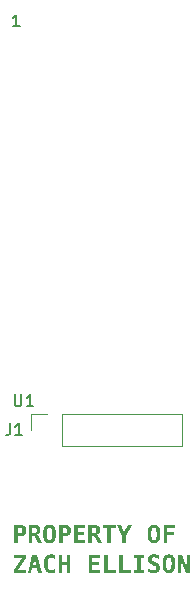
<source format=gbr>
%TF.GenerationSoftware,KiCad,Pcbnew,7.0.6-7.0.6~ubuntu22.10.1*%
%TF.CreationDate,2023-08-12T22:12:45-04:00*%
%TF.ProjectId,ZachEKeyboard,5a616368-454b-4657-9962-6f6172642e6b,rev?*%
%TF.SameCoordinates,Original*%
%TF.FileFunction,Legend,Top*%
%TF.FilePolarity,Positive*%
%FSLAX46Y46*%
G04 Gerber Fmt 4.6, Leading zero omitted, Abs format (unit mm)*
G04 Created by KiCad (PCBNEW 7.0.6-7.0.6~ubuntu22.10.1) date 2023-08-12 22:12:45*
%MOMM*%
%LPD*%
G01*
G04 APERTURE LIST*
%ADD10C,0.300000*%
%ADD11C,0.150000*%
%ADD12C,0.120000*%
G04 APERTURE END LIST*
D10*
G36*
X142014074Y-99457587D02*
G01*
X142033448Y-99457919D01*
X142052474Y-99458472D01*
X142071150Y-99459246D01*
X142089476Y-99460241D01*
X142107454Y-99461457D01*
X142125082Y-99462894D01*
X142142362Y-99464552D01*
X142159292Y-99466432D01*
X142175873Y-99468532D01*
X142192104Y-99470854D01*
X142207987Y-99473396D01*
X142223520Y-99476160D01*
X142238704Y-99479145D01*
X142253539Y-99482351D01*
X142268025Y-99485778D01*
X142295948Y-99493296D01*
X142322476Y-99501698D01*
X142347606Y-99510985D01*
X142371339Y-99521156D01*
X142393676Y-99532211D01*
X142414616Y-99544151D01*
X142434159Y-99556975D01*
X142452306Y-99570683D01*
X142469209Y-99585385D01*
X142485021Y-99601189D01*
X142499743Y-99618095D01*
X142513374Y-99636102D01*
X142525915Y-99655212D01*
X142537365Y-99675423D01*
X142547725Y-99696737D01*
X142556994Y-99719153D01*
X142565173Y-99742670D01*
X142572262Y-99767289D01*
X142578259Y-99793011D01*
X142583167Y-99819834D01*
X142586983Y-99847759D01*
X142589710Y-99876786D01*
X142590664Y-99891713D01*
X142591345Y-99906916D01*
X142591754Y-99922393D01*
X142591891Y-99938147D01*
X142591754Y-99953900D01*
X142591345Y-99969378D01*
X142590664Y-99984580D01*
X142589710Y-99999507D01*
X142588483Y-100014158D01*
X142585211Y-100042635D01*
X142580849Y-100070009D01*
X142575397Y-100096281D01*
X142568854Y-100121452D01*
X142561220Y-100145520D01*
X142552496Y-100168486D01*
X142542682Y-100190351D01*
X142531776Y-100211114D01*
X142519781Y-100230774D01*
X142506695Y-100249333D01*
X142492518Y-100266789D01*
X142477251Y-100283144D01*
X142460894Y-100298397D01*
X142452306Y-100305610D01*
X142434159Y-100319319D01*
X142414616Y-100332143D01*
X142393676Y-100344083D01*
X142371339Y-100355138D01*
X142347606Y-100365309D01*
X142322476Y-100374595D01*
X142295948Y-100382997D01*
X142268025Y-100390515D01*
X142253539Y-100393942D01*
X142238704Y-100397148D01*
X142223520Y-100400133D01*
X142207987Y-100402897D01*
X142192104Y-100405440D01*
X142175873Y-100407761D01*
X142159292Y-100409862D01*
X142142362Y-100411741D01*
X142125082Y-100413400D01*
X142107454Y-100414837D01*
X142089476Y-100416053D01*
X142071150Y-100417048D01*
X142052474Y-100417822D01*
X142033448Y-100418374D01*
X142014074Y-100418706D01*
X141994351Y-100418817D01*
X141880778Y-100418817D01*
X141880778Y-101005000D01*
X141577062Y-101005000D01*
X141577062Y-99715397D01*
X141880778Y-99715397D01*
X141880778Y-100160896D01*
X142005708Y-100160896D01*
X142024043Y-100160702D01*
X142041680Y-100160118D01*
X142058619Y-100159145D01*
X142074859Y-100157782D01*
X142090401Y-100156030D01*
X142105244Y-100153890D01*
X142126200Y-100149948D01*
X142145585Y-100145131D01*
X142163398Y-100139438D01*
X142179639Y-100132869D01*
X142194310Y-100125425D01*
X142207409Y-100117104D01*
X142215268Y-100111071D01*
X142226071Y-100101084D01*
X142235812Y-100089810D01*
X142244490Y-100077248D01*
X142252105Y-100063398D01*
X142258658Y-100048259D01*
X142264148Y-100031833D01*
X142268575Y-100014119D01*
X142271940Y-99995116D01*
X142274242Y-99974826D01*
X142275482Y-99953248D01*
X142275718Y-99938147D01*
X142275482Y-99923046D01*
X142274242Y-99901467D01*
X142271940Y-99881177D01*
X142268575Y-99862175D01*
X142264148Y-99844461D01*
X142258658Y-99828034D01*
X142252105Y-99812896D01*
X142244490Y-99799046D01*
X142235812Y-99786483D01*
X142226071Y-99775209D01*
X142215268Y-99765223D01*
X142203217Y-99756318D01*
X142189594Y-99748290D01*
X142174400Y-99741137D01*
X142157634Y-99734860D01*
X142139298Y-99729459D01*
X142119389Y-99724934D01*
X142097910Y-99721285D01*
X142082717Y-99719339D01*
X142066826Y-99717781D01*
X142050237Y-99716614D01*
X142032949Y-99715835D01*
X142014963Y-99715446D01*
X142005708Y-99715397D01*
X141880778Y-99715397D01*
X141577062Y-99715397D01*
X141577062Y-99457477D01*
X141994351Y-99457477D01*
X142014074Y-99457587D01*
G37*
G36*
X143267532Y-99457580D02*
G01*
X143285589Y-99457890D01*
X143303318Y-99458407D01*
X143320721Y-99459131D01*
X143337796Y-99460062D01*
X143354545Y-99461199D01*
X143370967Y-99462543D01*
X143387061Y-99464094D01*
X143402829Y-99465852D01*
X143418270Y-99467817D01*
X143433383Y-99469988D01*
X143448170Y-99472366D01*
X143462629Y-99474951D01*
X143490568Y-99480741D01*
X143517198Y-99487359D01*
X143542520Y-99494803D01*
X143566534Y-99503075D01*
X143589240Y-99512174D01*
X143610638Y-99522100D01*
X143630728Y-99532854D01*
X143649510Y-99544434D01*
X143666983Y-99556842D01*
X143675230Y-99563356D01*
X143690890Y-99577110D01*
X143705541Y-99591904D01*
X143719181Y-99607736D01*
X143731810Y-99624608D01*
X143743429Y-99642518D01*
X143754038Y-99661467D01*
X143763637Y-99681456D01*
X143772225Y-99702483D01*
X143779802Y-99724549D01*
X143786370Y-99747654D01*
X143791927Y-99771799D01*
X143796473Y-99796982D01*
X143800010Y-99823204D01*
X143802536Y-99850465D01*
X143804051Y-99878766D01*
X143804556Y-99908105D01*
X143804254Y-99927861D01*
X143803349Y-99947105D01*
X143801839Y-99965837D01*
X143799725Y-99984057D01*
X143797007Y-100001764D01*
X143793686Y-100018959D01*
X143789760Y-100035641D01*
X143785231Y-100051811D01*
X143780097Y-100067469D01*
X143774360Y-100082614D01*
X143768019Y-100097248D01*
X143761074Y-100111368D01*
X143753524Y-100124977D01*
X143745371Y-100138073D01*
X143736614Y-100150657D01*
X143727254Y-100162728D01*
X143717326Y-100174247D01*
X143706869Y-100185174D01*
X143695882Y-100195508D01*
X143684366Y-100205249D01*
X143672320Y-100214398D01*
X143659745Y-100222955D01*
X143646640Y-100230919D01*
X143633006Y-100238291D01*
X143618843Y-100245070D01*
X143604149Y-100251257D01*
X143588927Y-100256851D01*
X143573174Y-100261852D01*
X143556893Y-100266262D01*
X143540081Y-100270078D01*
X143522741Y-100273303D01*
X143504870Y-100275935D01*
X143521481Y-100280232D01*
X143537242Y-100286256D01*
X143552153Y-100294005D01*
X143566214Y-100303481D01*
X143579424Y-100314682D01*
X143583639Y-100318799D01*
X143594424Y-100330889D01*
X143603580Y-100342801D01*
X143613206Y-100356706D01*
X143623301Y-100372603D01*
X143631180Y-100385832D01*
X143639324Y-100400183D01*
X143647731Y-100415654D01*
X143656402Y-100432245D01*
X143665338Y-100449958D01*
X143943775Y-101005000D01*
X143610017Y-101005000D01*
X143424270Y-100615554D01*
X143417452Y-100601438D01*
X143410590Y-100586998D01*
X143404328Y-100573694D01*
X143402655Y-100570125D01*
X143392375Y-100548963D01*
X143381869Y-100529167D01*
X143371137Y-100510735D01*
X143360179Y-100493669D01*
X143348995Y-100477969D01*
X143337585Y-100463633D01*
X143325949Y-100450663D01*
X143314086Y-100439058D01*
X143301998Y-100428819D01*
X143289683Y-100419944D01*
X143270787Y-100409193D01*
X143251382Y-100401513D01*
X143231469Y-100396905D01*
X143211046Y-100395369D01*
X143114326Y-100395369D01*
X143114326Y-101005000D01*
X142810244Y-101005000D01*
X142810244Y-99715397D01*
X143114326Y-99715397D01*
X143114326Y-100137449D01*
X143257575Y-100137449D01*
X143272869Y-100137257D01*
X143287611Y-100136682D01*
X143308688Y-100135100D01*
X143328522Y-100132655D01*
X143347113Y-100129347D01*
X143364461Y-100125176D01*
X143380567Y-100120142D01*
X143395429Y-100114245D01*
X143409049Y-100107485D01*
X143425275Y-100097130D01*
X143435994Y-100088356D01*
X143448702Y-100075001D01*
X143459716Y-100059665D01*
X143466864Y-100046864D01*
X143473060Y-100032948D01*
X143478302Y-100017918D01*
X143482591Y-100001774D01*
X143485927Y-99984516D01*
X143488310Y-99966144D01*
X143489739Y-99946657D01*
X143490216Y-99926057D01*
X143489746Y-99905397D01*
X143488335Y-99885871D01*
X143485985Y-99867479D01*
X143482694Y-99850219D01*
X143478463Y-99834094D01*
X143473292Y-99819101D01*
X143467180Y-99805242D01*
X143457569Y-99788527D01*
X143446286Y-99773827D01*
X143436727Y-99764124D01*
X143422227Y-99752703D01*
X143405471Y-99742806D01*
X143391424Y-99736382D01*
X143376109Y-99730815D01*
X143359525Y-99726104D01*
X143341672Y-99722249D01*
X143322551Y-99719252D01*
X143302161Y-99717110D01*
X143280502Y-99715826D01*
X143265358Y-99715445D01*
X143257575Y-99715397D01*
X143114326Y-99715397D01*
X142810244Y-99715397D01*
X142810244Y-99457477D01*
X143249148Y-99457477D01*
X143267532Y-99457580D01*
G37*
G36*
X144587967Y-99434227D02*
G01*
X144604320Y-99434818D01*
X144620416Y-99435804D01*
X144636255Y-99437184D01*
X144651837Y-99438958D01*
X144667162Y-99441126D01*
X144682231Y-99443689D01*
X144697043Y-99446646D01*
X144711597Y-99449997D01*
X144725895Y-99453743D01*
X144753720Y-99462417D01*
X144780518Y-99472668D01*
X144806288Y-99484496D01*
X144831030Y-99497901D01*
X144854745Y-99512884D01*
X144877433Y-99529443D01*
X144899093Y-99547580D01*
X144919725Y-99567293D01*
X144939330Y-99588584D01*
X144948747Y-99599820D01*
X144957907Y-99611451D01*
X144966810Y-99623477D01*
X144975457Y-99635896D01*
X144983864Y-99648678D01*
X144992005Y-99661837D01*
X144999878Y-99675371D01*
X145007485Y-99689282D01*
X145014825Y-99703570D01*
X145021898Y-99718234D01*
X145028704Y-99733274D01*
X145035243Y-99748691D01*
X145041515Y-99764484D01*
X145047520Y-99780653D01*
X145053259Y-99797199D01*
X145058730Y-99814121D01*
X145063935Y-99831420D01*
X145068872Y-99849094D01*
X145073543Y-99867146D01*
X145077947Y-99885573D01*
X145082084Y-99904378D01*
X145085954Y-99923558D01*
X145089557Y-99943115D01*
X145092894Y-99963048D01*
X145095963Y-99983358D01*
X145098765Y-100004044D01*
X145101301Y-100025106D01*
X145103570Y-100046545D01*
X145105571Y-100068360D01*
X145107306Y-100090551D01*
X145108774Y-100113119D01*
X145109975Y-100136064D01*
X145110909Y-100159384D01*
X145111577Y-100183081D01*
X145111977Y-100207155D01*
X145112110Y-100231605D01*
X145111977Y-100256010D01*
X145111577Y-100280040D01*
X145110909Y-100303697D01*
X145109975Y-100326979D01*
X145108774Y-100349888D01*
X145107306Y-100372421D01*
X145105571Y-100394581D01*
X145103570Y-100416367D01*
X145101301Y-100437778D01*
X145098765Y-100458815D01*
X145095963Y-100479478D01*
X145092894Y-100499766D01*
X145089557Y-100519680D01*
X145085954Y-100539220D01*
X145082084Y-100558386D01*
X145077947Y-100577178D01*
X145073543Y-100595595D01*
X145068872Y-100613638D01*
X145063935Y-100631307D01*
X145058730Y-100648601D01*
X145053259Y-100665522D01*
X145047520Y-100682068D01*
X145041515Y-100698240D01*
X145035243Y-100714038D01*
X145028704Y-100729461D01*
X145021898Y-100744510D01*
X145014825Y-100759185D01*
X145007485Y-100773486D01*
X144999878Y-100787412D01*
X144992005Y-100800965D01*
X144983864Y-100814143D01*
X144975457Y-100826946D01*
X144966810Y-100839343D01*
X144957907Y-100851347D01*
X144948747Y-100862957D01*
X144929656Y-100884996D01*
X144909537Y-100905461D01*
X144888391Y-100924351D01*
X144866217Y-100941668D01*
X144843016Y-100957410D01*
X144818788Y-100971578D01*
X144793531Y-100984172D01*
X144767248Y-100995191D01*
X144739936Y-101004637D01*
X144711597Y-101012508D01*
X144697043Y-101015853D01*
X144682231Y-101018805D01*
X144667162Y-101021363D01*
X144651837Y-101023527D01*
X144636255Y-101025298D01*
X144620416Y-101026676D01*
X144604320Y-101027660D01*
X144587967Y-101028250D01*
X144571357Y-101028447D01*
X144554792Y-101028250D01*
X144538481Y-101027660D01*
X144522426Y-101026676D01*
X144506625Y-101025298D01*
X144491079Y-101023527D01*
X144475787Y-101021363D01*
X144460751Y-101018805D01*
X144445969Y-101015853D01*
X144431441Y-101012508D01*
X144417169Y-101008769D01*
X144389388Y-101000111D01*
X144362626Y-100989878D01*
X144336884Y-100978072D01*
X144312160Y-100964691D01*
X144288455Y-100949736D01*
X144265769Y-100933206D01*
X144244102Y-100915103D01*
X144223454Y-100895425D01*
X144203825Y-100874173D01*
X144194392Y-100862957D01*
X144185215Y-100851347D01*
X144176292Y-100839343D01*
X144167623Y-100826946D01*
X144159238Y-100814143D01*
X144151120Y-100800965D01*
X144143267Y-100787412D01*
X144135681Y-100773486D01*
X144128361Y-100759185D01*
X144121307Y-100744510D01*
X144114519Y-100729461D01*
X144107998Y-100714038D01*
X144101742Y-100698240D01*
X144095753Y-100682068D01*
X144090030Y-100665522D01*
X144084573Y-100648601D01*
X144079383Y-100631307D01*
X144074458Y-100613638D01*
X144069800Y-100595595D01*
X144065408Y-100577178D01*
X144061282Y-100558386D01*
X144057422Y-100539220D01*
X144053829Y-100519680D01*
X144050501Y-100499766D01*
X144047440Y-100479478D01*
X144044645Y-100458815D01*
X144042116Y-100437778D01*
X144039854Y-100416367D01*
X144037857Y-100394581D01*
X144036127Y-100372421D01*
X144034663Y-100349888D01*
X144033465Y-100326979D01*
X144032534Y-100303697D01*
X144031868Y-100280040D01*
X144031469Y-100256010D01*
X144031336Y-100231605D01*
X144347508Y-100231605D01*
X144347560Y-100249198D01*
X144347717Y-100266485D01*
X144347978Y-100283467D01*
X144348344Y-100300143D01*
X144348814Y-100316514D01*
X144349389Y-100332579D01*
X144350068Y-100348339D01*
X144350851Y-100363793D01*
X144351739Y-100378942D01*
X144352732Y-100393785D01*
X144355030Y-100422555D01*
X144357746Y-100450102D01*
X144360881Y-100476427D01*
X144364433Y-100501531D01*
X144368402Y-100525411D01*
X144372790Y-100548070D01*
X144377596Y-100569507D01*
X144382819Y-100589721D01*
X144388461Y-100608714D01*
X144394520Y-100626484D01*
X144400997Y-100643032D01*
X144407974Y-100658470D01*
X144415440Y-100672913D01*
X144423396Y-100686360D01*
X144431841Y-100698811D01*
X144445426Y-100715619D01*
X144460112Y-100730186D01*
X144475900Y-100742512D01*
X144492789Y-100752597D01*
X144510779Y-100760441D01*
X144529870Y-100766044D01*
X144550063Y-100769406D01*
X144571357Y-100770526D01*
X144592778Y-100769406D01*
X144613079Y-100766044D01*
X144632260Y-100760441D01*
X144650320Y-100752597D01*
X144667259Y-100742512D01*
X144683078Y-100730186D01*
X144697776Y-100715619D01*
X144711354Y-100698811D01*
X144719783Y-100686360D01*
X144727714Y-100672913D01*
X144735147Y-100658470D01*
X144742083Y-100643032D01*
X144748604Y-100626484D01*
X144754705Y-100608714D01*
X144760385Y-100589721D01*
X144765644Y-100569507D01*
X144770483Y-100548070D01*
X144774901Y-100525411D01*
X144778898Y-100501531D01*
X144782474Y-100476427D01*
X144785630Y-100450102D01*
X144788365Y-100422555D01*
X144790679Y-100393785D01*
X144791678Y-100378942D01*
X144792572Y-100363793D01*
X144793361Y-100348339D01*
X144794045Y-100332579D01*
X144794623Y-100316514D01*
X144795097Y-100300143D01*
X144795465Y-100283467D01*
X144795728Y-100266485D01*
X144795885Y-100249198D01*
X144795938Y-100231605D01*
X144795885Y-100213966D01*
X144795728Y-100196635D01*
X144795465Y-100179611D01*
X144795097Y-100162894D01*
X144794623Y-100146484D01*
X144794045Y-100130381D01*
X144793361Y-100114584D01*
X144792572Y-100099095D01*
X144791678Y-100083913D01*
X144790679Y-100069038D01*
X144788365Y-100040208D01*
X144785630Y-100012606D01*
X144782474Y-99986232D01*
X144778898Y-99961086D01*
X144774901Y-99937168D01*
X144770483Y-99914478D01*
X144765644Y-99893015D01*
X144760385Y-99872781D01*
X144754705Y-99853774D01*
X144748604Y-99835996D01*
X144742083Y-99819445D01*
X144735147Y-99804006D01*
X144727714Y-99789563D01*
X144719783Y-99776116D01*
X144711354Y-99763666D01*
X144697776Y-99746857D01*
X144683078Y-99732290D01*
X144667259Y-99719964D01*
X144650320Y-99709879D01*
X144632260Y-99702035D01*
X144613079Y-99696432D01*
X144592778Y-99693071D01*
X144571357Y-99691950D01*
X144550063Y-99693071D01*
X144529870Y-99696432D01*
X144510779Y-99702035D01*
X144492789Y-99709879D01*
X144475900Y-99719964D01*
X144460112Y-99732290D01*
X144445426Y-99746857D01*
X144431841Y-99763666D01*
X144423396Y-99776116D01*
X144415440Y-99789563D01*
X144407974Y-99804006D01*
X144400997Y-99819445D01*
X144394520Y-99835996D01*
X144388461Y-99853774D01*
X144382819Y-99872781D01*
X144377596Y-99893015D01*
X144372790Y-99914478D01*
X144368402Y-99937168D01*
X144364433Y-99961086D01*
X144360881Y-99986232D01*
X144357746Y-100012606D01*
X144355030Y-100040208D01*
X144352732Y-100069038D01*
X144351739Y-100083913D01*
X144350851Y-100099095D01*
X144350068Y-100114584D01*
X144349389Y-100130381D01*
X144348814Y-100146484D01*
X144348344Y-100162894D01*
X144347978Y-100179611D01*
X144347717Y-100196635D01*
X144347560Y-100213966D01*
X144347508Y-100231605D01*
X144031336Y-100231605D01*
X144031469Y-100207155D01*
X144031868Y-100183081D01*
X144032534Y-100159384D01*
X144033465Y-100136064D01*
X144034663Y-100113119D01*
X144036127Y-100090551D01*
X144037857Y-100068360D01*
X144039854Y-100046545D01*
X144042116Y-100025106D01*
X144044645Y-100004044D01*
X144047440Y-99983358D01*
X144050501Y-99963048D01*
X144053829Y-99943115D01*
X144057422Y-99923558D01*
X144061282Y-99904378D01*
X144065408Y-99885573D01*
X144069800Y-99867146D01*
X144074458Y-99849094D01*
X144079383Y-99831420D01*
X144084573Y-99814121D01*
X144090030Y-99797199D01*
X144095753Y-99780653D01*
X144101742Y-99764484D01*
X144107998Y-99748691D01*
X144114519Y-99733274D01*
X144121307Y-99718234D01*
X144128361Y-99703570D01*
X144135681Y-99689282D01*
X144143267Y-99675371D01*
X144151120Y-99661837D01*
X144159238Y-99648678D01*
X144167623Y-99635896D01*
X144176292Y-99623477D01*
X144185215Y-99611451D01*
X144194392Y-99599820D01*
X144203825Y-99588584D01*
X144223454Y-99567293D01*
X144244102Y-99547580D01*
X144265769Y-99529443D01*
X144288455Y-99512884D01*
X144312160Y-99497901D01*
X144336884Y-99484496D01*
X144362626Y-99472668D01*
X144389388Y-99462417D01*
X144417169Y-99453743D01*
X144431441Y-99449997D01*
X144445969Y-99446646D01*
X144460751Y-99443689D01*
X144475787Y-99441126D01*
X144491079Y-99438958D01*
X144506625Y-99437184D01*
X144522426Y-99435804D01*
X144538481Y-99434818D01*
X144554792Y-99434227D01*
X144571357Y-99434030D01*
X144587967Y-99434227D01*
G37*
G36*
X145803746Y-99457587D02*
G01*
X145823120Y-99457919D01*
X145842146Y-99458472D01*
X145860822Y-99459246D01*
X145879148Y-99460241D01*
X145897126Y-99461457D01*
X145914754Y-99462894D01*
X145932034Y-99464552D01*
X145948964Y-99466432D01*
X145965545Y-99468532D01*
X145981776Y-99470854D01*
X145997659Y-99473396D01*
X146013192Y-99476160D01*
X146028376Y-99479145D01*
X146043211Y-99482351D01*
X146057697Y-99485778D01*
X146085620Y-99493296D01*
X146112148Y-99501698D01*
X146137278Y-99510985D01*
X146161011Y-99521156D01*
X146183348Y-99532211D01*
X146204288Y-99544151D01*
X146223831Y-99556975D01*
X146241978Y-99570683D01*
X146258881Y-99585385D01*
X146274693Y-99601189D01*
X146289415Y-99618095D01*
X146303046Y-99636102D01*
X146315587Y-99655212D01*
X146327037Y-99675423D01*
X146337397Y-99696737D01*
X146346666Y-99719153D01*
X146354845Y-99742670D01*
X146361934Y-99767289D01*
X146367931Y-99793011D01*
X146372839Y-99819834D01*
X146376655Y-99847759D01*
X146379382Y-99876786D01*
X146380336Y-99891713D01*
X146381017Y-99906916D01*
X146381426Y-99922393D01*
X146381563Y-99938147D01*
X146381426Y-99953900D01*
X146381017Y-99969378D01*
X146380336Y-99984580D01*
X146379382Y-99999507D01*
X146378155Y-100014158D01*
X146374883Y-100042635D01*
X146370521Y-100070009D01*
X146365069Y-100096281D01*
X146358526Y-100121452D01*
X146350892Y-100145520D01*
X146342168Y-100168486D01*
X146332354Y-100190351D01*
X146321449Y-100211114D01*
X146309453Y-100230774D01*
X146296367Y-100249333D01*
X146282190Y-100266789D01*
X146266923Y-100283144D01*
X146250566Y-100298397D01*
X146241978Y-100305610D01*
X146223831Y-100319319D01*
X146204288Y-100332143D01*
X146183348Y-100344083D01*
X146161011Y-100355138D01*
X146137278Y-100365309D01*
X146112148Y-100374595D01*
X146085620Y-100382997D01*
X146057697Y-100390515D01*
X146043211Y-100393942D01*
X146028376Y-100397148D01*
X146013192Y-100400133D01*
X145997659Y-100402897D01*
X145981776Y-100405440D01*
X145965545Y-100407761D01*
X145948964Y-100409862D01*
X145932034Y-100411741D01*
X145914754Y-100413400D01*
X145897126Y-100414837D01*
X145879148Y-100416053D01*
X145860822Y-100417048D01*
X145842146Y-100417822D01*
X145823120Y-100418374D01*
X145803746Y-100418706D01*
X145784023Y-100418817D01*
X145670450Y-100418817D01*
X145670450Y-101005000D01*
X145366734Y-101005000D01*
X145366734Y-99715397D01*
X145670450Y-99715397D01*
X145670450Y-100160896D01*
X145795380Y-100160896D01*
X145813715Y-100160702D01*
X145831352Y-100160118D01*
X145848291Y-100159145D01*
X145864531Y-100157782D01*
X145880073Y-100156030D01*
X145894916Y-100153890D01*
X145915872Y-100149948D01*
X145935257Y-100145131D01*
X145953070Y-100139438D01*
X145969311Y-100132869D01*
X145983982Y-100125425D01*
X145997081Y-100117104D01*
X146004940Y-100111071D01*
X146015743Y-100101084D01*
X146025484Y-100089810D01*
X146034162Y-100077248D01*
X146041777Y-100063398D01*
X146048330Y-100048259D01*
X146053820Y-100031833D01*
X146058247Y-100014119D01*
X146061612Y-99995116D01*
X146063914Y-99974826D01*
X146065154Y-99953248D01*
X146065390Y-99938147D01*
X146065154Y-99923046D01*
X146063914Y-99901467D01*
X146061612Y-99881177D01*
X146058247Y-99862175D01*
X146053820Y-99844461D01*
X146048330Y-99828034D01*
X146041777Y-99812896D01*
X146034162Y-99799046D01*
X146025484Y-99786483D01*
X146015743Y-99775209D01*
X146004940Y-99765223D01*
X145992889Y-99756318D01*
X145979266Y-99748290D01*
X145964072Y-99741137D01*
X145947307Y-99734860D01*
X145928970Y-99729459D01*
X145909062Y-99724934D01*
X145887582Y-99721285D01*
X145872389Y-99719339D01*
X145856498Y-99717781D01*
X145839909Y-99716614D01*
X145822621Y-99715835D01*
X145804635Y-99715446D01*
X145795380Y-99715397D01*
X145670450Y-99715397D01*
X145366734Y-99715397D01*
X145366734Y-99457477D01*
X145784023Y-99457477D01*
X145803746Y-99457587D01*
G37*
G36*
X147594228Y-101005000D02*
G01*
X146636186Y-101005000D01*
X146636186Y-99457477D01*
X147594228Y-99457477D01*
X147594228Y-99715397D01*
X146939902Y-99715397D01*
X146939902Y-100043660D01*
X147532313Y-100043660D01*
X147532313Y-100301580D01*
X146939902Y-100301580D01*
X146939902Y-100747079D01*
X147594228Y-100747079D01*
X147594228Y-101005000D01*
G37*
G36*
X148320428Y-99457580D02*
G01*
X148338485Y-99457890D01*
X148356214Y-99458407D01*
X148373617Y-99459131D01*
X148390693Y-99460062D01*
X148407441Y-99461199D01*
X148423863Y-99462543D01*
X148439957Y-99464094D01*
X148455725Y-99465852D01*
X148471166Y-99467817D01*
X148486279Y-99469988D01*
X148501066Y-99472366D01*
X148515525Y-99474951D01*
X148543464Y-99480741D01*
X148570094Y-99487359D01*
X148595416Y-99494803D01*
X148619430Y-99503075D01*
X148642136Y-99512174D01*
X148663534Y-99522100D01*
X148683624Y-99532854D01*
X148702406Y-99544434D01*
X148719879Y-99556842D01*
X148728126Y-99563356D01*
X148743786Y-99577110D01*
X148758437Y-99591904D01*
X148772077Y-99607736D01*
X148784706Y-99624608D01*
X148796325Y-99642518D01*
X148806934Y-99661467D01*
X148816533Y-99681456D01*
X148825121Y-99702483D01*
X148832698Y-99724549D01*
X148839266Y-99747654D01*
X148844823Y-99771799D01*
X148849369Y-99796982D01*
X148852906Y-99823204D01*
X148855432Y-99850465D01*
X148856947Y-99878766D01*
X148857452Y-99908105D01*
X148857150Y-99927861D01*
X148856245Y-99947105D01*
X148854735Y-99965837D01*
X148852621Y-99984057D01*
X148849903Y-100001764D01*
X148846582Y-100018959D01*
X148842656Y-100035641D01*
X148838127Y-100051811D01*
X148832993Y-100067469D01*
X148827256Y-100082614D01*
X148820915Y-100097248D01*
X148813970Y-100111368D01*
X148806420Y-100124977D01*
X148798267Y-100138073D01*
X148789510Y-100150657D01*
X148780150Y-100162728D01*
X148770222Y-100174247D01*
X148759765Y-100185174D01*
X148748778Y-100195508D01*
X148737262Y-100205249D01*
X148725216Y-100214398D01*
X148712641Y-100222955D01*
X148699537Y-100230919D01*
X148685902Y-100238291D01*
X148671739Y-100245070D01*
X148657045Y-100251257D01*
X148641823Y-100256851D01*
X148626070Y-100261852D01*
X148609789Y-100266262D01*
X148592977Y-100270078D01*
X148575637Y-100273303D01*
X148557766Y-100275935D01*
X148574377Y-100280232D01*
X148590138Y-100286256D01*
X148605049Y-100294005D01*
X148619110Y-100303481D01*
X148632320Y-100314682D01*
X148636535Y-100318799D01*
X148647320Y-100330889D01*
X148656476Y-100342801D01*
X148666102Y-100356706D01*
X148676197Y-100372603D01*
X148684076Y-100385832D01*
X148692220Y-100400183D01*
X148700627Y-100415654D01*
X148709298Y-100432245D01*
X148718234Y-100449958D01*
X148996671Y-101005000D01*
X148662913Y-101005000D01*
X148477166Y-100615554D01*
X148470348Y-100601438D01*
X148463486Y-100586998D01*
X148457224Y-100573694D01*
X148455551Y-100570125D01*
X148445271Y-100548963D01*
X148434765Y-100529167D01*
X148424033Y-100510735D01*
X148413075Y-100493669D01*
X148401891Y-100477969D01*
X148390481Y-100463633D01*
X148378845Y-100450663D01*
X148366982Y-100439058D01*
X148354894Y-100428819D01*
X148342579Y-100419944D01*
X148323683Y-100409193D01*
X148304278Y-100401513D01*
X148284365Y-100396905D01*
X148263942Y-100395369D01*
X148167222Y-100395369D01*
X148167222Y-101005000D01*
X147863140Y-101005000D01*
X147863140Y-99715397D01*
X148167222Y-99715397D01*
X148167222Y-100137449D01*
X148310471Y-100137449D01*
X148325765Y-100137257D01*
X148340507Y-100136682D01*
X148361584Y-100135100D01*
X148381418Y-100132655D01*
X148400009Y-100129347D01*
X148417357Y-100125176D01*
X148433463Y-100120142D01*
X148448325Y-100114245D01*
X148461945Y-100107485D01*
X148478171Y-100097130D01*
X148488890Y-100088356D01*
X148501598Y-100075001D01*
X148512612Y-100059665D01*
X148519760Y-100046864D01*
X148525956Y-100032948D01*
X148531198Y-100017918D01*
X148535487Y-100001774D01*
X148538823Y-99984516D01*
X148541206Y-99966144D01*
X148542635Y-99946657D01*
X148543112Y-99926057D01*
X148542642Y-99905397D01*
X148541231Y-99885871D01*
X148538881Y-99867479D01*
X148535590Y-99850219D01*
X148531359Y-99834094D01*
X148526188Y-99819101D01*
X148520076Y-99805242D01*
X148510465Y-99788527D01*
X148499182Y-99773827D01*
X148489623Y-99764124D01*
X148475123Y-99752703D01*
X148458367Y-99742806D01*
X148444321Y-99736382D01*
X148429005Y-99730815D01*
X148412421Y-99726104D01*
X148394568Y-99722249D01*
X148375447Y-99719252D01*
X148355057Y-99717110D01*
X148333398Y-99715826D01*
X148318254Y-99715445D01*
X148310471Y-99715397D01*
X148167222Y-99715397D01*
X147863140Y-99715397D01*
X147863140Y-99457477D01*
X148302044Y-99457477D01*
X148320428Y-99457580D01*
G37*
G36*
X149776660Y-101005000D02*
G01*
X149472578Y-101005000D01*
X149472578Y-99715397D01*
X149082034Y-99715397D01*
X149082034Y-99457477D01*
X150167205Y-99457477D01*
X150167205Y-99715397D01*
X149776660Y-99715397D01*
X149776660Y-101005000D01*
G37*
G36*
X150260994Y-99457477D02*
G01*
X150588524Y-99457477D01*
X150887477Y-100079563D01*
X151187163Y-99457477D01*
X151514692Y-99457477D01*
X151039884Y-100395369D01*
X151039884Y-101005000D01*
X150735802Y-101005000D01*
X150735802Y-100395369D01*
X150260994Y-99457477D01*
G37*
G36*
X153430535Y-99434227D02*
G01*
X153446888Y-99434818D01*
X153462984Y-99435804D01*
X153478823Y-99437184D01*
X153494405Y-99438958D01*
X153509731Y-99441126D01*
X153524799Y-99443689D01*
X153539611Y-99446646D01*
X153554165Y-99449997D01*
X153568463Y-99453743D01*
X153596288Y-99462417D01*
X153623086Y-99472668D01*
X153648856Y-99484496D01*
X153673598Y-99497901D01*
X153697313Y-99512884D01*
X153720001Y-99529443D01*
X153741661Y-99547580D01*
X153762293Y-99567293D01*
X153781898Y-99588584D01*
X153791315Y-99599820D01*
X153800475Y-99611451D01*
X153809378Y-99623477D01*
X153818025Y-99635896D01*
X153826432Y-99648678D01*
X153834573Y-99661837D01*
X153842446Y-99675371D01*
X153850053Y-99689282D01*
X153857393Y-99703570D01*
X153864466Y-99718234D01*
X153871272Y-99733274D01*
X153877811Y-99748691D01*
X153884083Y-99764484D01*
X153890088Y-99780653D01*
X153895827Y-99797199D01*
X153901298Y-99814121D01*
X153906503Y-99831420D01*
X153911440Y-99849094D01*
X153916111Y-99867146D01*
X153920515Y-99885573D01*
X153924652Y-99904378D01*
X153928522Y-99923558D01*
X153932125Y-99943115D01*
X153935462Y-99963048D01*
X153938531Y-99983358D01*
X153941333Y-100004044D01*
X153943869Y-100025106D01*
X153946138Y-100046545D01*
X153948139Y-100068360D01*
X153949874Y-100090551D01*
X153951342Y-100113119D01*
X153952543Y-100136064D01*
X153953477Y-100159384D01*
X153954145Y-100183081D01*
X153954545Y-100207155D01*
X153954678Y-100231605D01*
X153954545Y-100256010D01*
X153954145Y-100280040D01*
X153953477Y-100303697D01*
X153952543Y-100326979D01*
X153951342Y-100349888D01*
X153949874Y-100372421D01*
X153948139Y-100394581D01*
X153946138Y-100416367D01*
X153943869Y-100437778D01*
X153941333Y-100458815D01*
X153938531Y-100479478D01*
X153935462Y-100499766D01*
X153932125Y-100519680D01*
X153928522Y-100539220D01*
X153924652Y-100558386D01*
X153920515Y-100577178D01*
X153916111Y-100595595D01*
X153911440Y-100613638D01*
X153906503Y-100631307D01*
X153901298Y-100648601D01*
X153895827Y-100665522D01*
X153890088Y-100682068D01*
X153884083Y-100698240D01*
X153877811Y-100714038D01*
X153871272Y-100729461D01*
X153864466Y-100744510D01*
X153857393Y-100759185D01*
X153850053Y-100773486D01*
X153842446Y-100787412D01*
X153834573Y-100800965D01*
X153826432Y-100814143D01*
X153818025Y-100826946D01*
X153809378Y-100839343D01*
X153800475Y-100851347D01*
X153791315Y-100862957D01*
X153772224Y-100884996D01*
X153752105Y-100905461D01*
X153730959Y-100924351D01*
X153708785Y-100941668D01*
X153685584Y-100957410D01*
X153661356Y-100971578D01*
X153636099Y-100984172D01*
X153609816Y-100995191D01*
X153582504Y-101004637D01*
X153554165Y-101012508D01*
X153539611Y-101015853D01*
X153524799Y-101018805D01*
X153509731Y-101021363D01*
X153494405Y-101023527D01*
X153478823Y-101025298D01*
X153462984Y-101026676D01*
X153446888Y-101027660D01*
X153430535Y-101028250D01*
X153413925Y-101028447D01*
X153397360Y-101028250D01*
X153381049Y-101027660D01*
X153364994Y-101026676D01*
X153349193Y-101025298D01*
X153333647Y-101023527D01*
X153318355Y-101021363D01*
X153303319Y-101018805D01*
X153288537Y-101015853D01*
X153274009Y-101012508D01*
X153259737Y-101008769D01*
X153231956Y-101000111D01*
X153205195Y-100989878D01*
X153179452Y-100978072D01*
X153154728Y-100964691D01*
X153131023Y-100949736D01*
X153108337Y-100933206D01*
X153086670Y-100915103D01*
X153066022Y-100895425D01*
X153046393Y-100874173D01*
X153036960Y-100862957D01*
X153027783Y-100851347D01*
X153018860Y-100839343D01*
X153010191Y-100826946D01*
X153001807Y-100814143D01*
X152993688Y-100800965D01*
X152985835Y-100787412D01*
X152978249Y-100773486D01*
X152970929Y-100759185D01*
X152963875Y-100744510D01*
X152957087Y-100729461D01*
X152950566Y-100714038D01*
X152944310Y-100698240D01*
X152938321Y-100682068D01*
X152932598Y-100665522D01*
X152927141Y-100648601D01*
X152921951Y-100631307D01*
X152917026Y-100613638D01*
X152912368Y-100595595D01*
X152907976Y-100577178D01*
X152903850Y-100558386D01*
X152899990Y-100539220D01*
X152896397Y-100519680D01*
X152893069Y-100499766D01*
X152890008Y-100479478D01*
X152887213Y-100458815D01*
X152884684Y-100437778D01*
X152882422Y-100416367D01*
X152880425Y-100394581D01*
X152878695Y-100372421D01*
X152877231Y-100349888D01*
X152876033Y-100326979D01*
X152875102Y-100303697D01*
X152874436Y-100280040D01*
X152874037Y-100256010D01*
X152873904Y-100231605D01*
X153190076Y-100231605D01*
X153190128Y-100249198D01*
X153190285Y-100266485D01*
X153190546Y-100283467D01*
X153190912Y-100300143D01*
X153191382Y-100316514D01*
X153191957Y-100332579D01*
X153192636Y-100348339D01*
X153193419Y-100363793D01*
X153194307Y-100378942D01*
X153195300Y-100393785D01*
X153197598Y-100422555D01*
X153200314Y-100450102D01*
X153203449Y-100476427D01*
X153207001Y-100501531D01*
X153210970Y-100525411D01*
X153215358Y-100548070D01*
X153220164Y-100569507D01*
X153225387Y-100589721D01*
X153231029Y-100608714D01*
X153237088Y-100626484D01*
X153243565Y-100643032D01*
X153250542Y-100658470D01*
X153258008Y-100672913D01*
X153265964Y-100686360D01*
X153274409Y-100698811D01*
X153287994Y-100715619D01*
X153302680Y-100730186D01*
X153318468Y-100742512D01*
X153335357Y-100752597D01*
X153353347Y-100760441D01*
X153372438Y-100766044D01*
X153392631Y-100769406D01*
X153413925Y-100770526D01*
X153435346Y-100769406D01*
X153455647Y-100766044D01*
X153474828Y-100760441D01*
X153492888Y-100752597D01*
X153509827Y-100742512D01*
X153525646Y-100730186D01*
X153540344Y-100715619D01*
X153553922Y-100698811D01*
X153562351Y-100686360D01*
X153570282Y-100672913D01*
X153577715Y-100658470D01*
X153584651Y-100643032D01*
X153591172Y-100626484D01*
X153597273Y-100608714D01*
X153602953Y-100589721D01*
X153608212Y-100569507D01*
X153613051Y-100548070D01*
X153617469Y-100525411D01*
X153621466Y-100501531D01*
X153625042Y-100476427D01*
X153628198Y-100450102D01*
X153630933Y-100422555D01*
X153633247Y-100393785D01*
X153634246Y-100378942D01*
X153635140Y-100363793D01*
X153635929Y-100348339D01*
X153636613Y-100332579D01*
X153637191Y-100316514D01*
X153637665Y-100300143D01*
X153638033Y-100283467D01*
X153638296Y-100266485D01*
X153638454Y-100249198D01*
X153638506Y-100231605D01*
X153638454Y-100213966D01*
X153638296Y-100196635D01*
X153638033Y-100179611D01*
X153637665Y-100162894D01*
X153637191Y-100146484D01*
X153636613Y-100130381D01*
X153635929Y-100114584D01*
X153635140Y-100099095D01*
X153634246Y-100083913D01*
X153633247Y-100069038D01*
X153630933Y-100040208D01*
X153628198Y-100012606D01*
X153625042Y-99986232D01*
X153621466Y-99961086D01*
X153617469Y-99937168D01*
X153613051Y-99914478D01*
X153608212Y-99893015D01*
X153602953Y-99872781D01*
X153597273Y-99853774D01*
X153591172Y-99835996D01*
X153584651Y-99819445D01*
X153577715Y-99804006D01*
X153570282Y-99789563D01*
X153562351Y-99776116D01*
X153553922Y-99763666D01*
X153540344Y-99746857D01*
X153525646Y-99732290D01*
X153509827Y-99719964D01*
X153492888Y-99709879D01*
X153474828Y-99702035D01*
X153455647Y-99696432D01*
X153435346Y-99693071D01*
X153413925Y-99691950D01*
X153392631Y-99693071D01*
X153372438Y-99696432D01*
X153353347Y-99702035D01*
X153335357Y-99709879D01*
X153318468Y-99719964D01*
X153302680Y-99732290D01*
X153287994Y-99746857D01*
X153274409Y-99763666D01*
X153265964Y-99776116D01*
X153258008Y-99789563D01*
X153250542Y-99804006D01*
X153243565Y-99819445D01*
X153237088Y-99835996D01*
X153231029Y-99853774D01*
X153225387Y-99872781D01*
X153220164Y-99893015D01*
X153215358Y-99914478D01*
X153210970Y-99937168D01*
X153207001Y-99961086D01*
X153203449Y-99986232D01*
X153200314Y-100012606D01*
X153197598Y-100040208D01*
X153195300Y-100069038D01*
X153194307Y-100083913D01*
X153193419Y-100099095D01*
X153192636Y-100114584D01*
X153191957Y-100130381D01*
X153191382Y-100146484D01*
X153190912Y-100162894D01*
X153190546Y-100179611D01*
X153190285Y-100196635D01*
X153190128Y-100213966D01*
X153190076Y-100231605D01*
X152873904Y-100231605D01*
X152874037Y-100207155D01*
X152874436Y-100183081D01*
X152875102Y-100159384D01*
X152876033Y-100136064D01*
X152877231Y-100113119D01*
X152878695Y-100090551D01*
X152880425Y-100068360D01*
X152882422Y-100046545D01*
X152884684Y-100025106D01*
X152887213Y-100004044D01*
X152890008Y-99983358D01*
X152893069Y-99963048D01*
X152896397Y-99943115D01*
X152899990Y-99923558D01*
X152903850Y-99904378D01*
X152907976Y-99885573D01*
X152912368Y-99867146D01*
X152917026Y-99849094D01*
X152921951Y-99831420D01*
X152927141Y-99814121D01*
X152932598Y-99797199D01*
X152938321Y-99780653D01*
X152944310Y-99764484D01*
X152950566Y-99748691D01*
X152957087Y-99733274D01*
X152963875Y-99718234D01*
X152970929Y-99703570D01*
X152978249Y-99689282D01*
X152985835Y-99675371D01*
X152993688Y-99661837D01*
X153001807Y-99648678D01*
X153010191Y-99635896D01*
X153018860Y-99623477D01*
X153027783Y-99611451D01*
X153036960Y-99599820D01*
X153046393Y-99588584D01*
X153066022Y-99567293D01*
X153086670Y-99547580D01*
X153108337Y-99529443D01*
X153131023Y-99512884D01*
X153154728Y-99497901D01*
X153179452Y-99484496D01*
X153205195Y-99472668D01*
X153231956Y-99462417D01*
X153259737Y-99453743D01*
X153274009Y-99449997D01*
X153288537Y-99446646D01*
X153303319Y-99443689D01*
X153318355Y-99441126D01*
X153333647Y-99438958D01*
X153349193Y-99437184D01*
X153364994Y-99435804D01*
X153381049Y-99434818D01*
X153397360Y-99434227D01*
X153413925Y-99434030D01*
X153430535Y-99434227D01*
G37*
G36*
X155188227Y-99715397D02*
G01*
X154533900Y-99715397D01*
X154533900Y-100043660D01*
X155129242Y-100043660D01*
X155129242Y-100301580D01*
X154533900Y-100301580D01*
X154533900Y-101005000D01*
X154229818Y-101005000D01*
X154229818Y-99457477D01*
X155188227Y-99457477D01*
X155188227Y-99715397D01*
G37*
G36*
X141551050Y-101977477D02*
G01*
X142591891Y-101977477D01*
X142591891Y-102232833D01*
X141878946Y-103267079D01*
X142606179Y-103267079D01*
X142606179Y-103525000D01*
X141528335Y-103525000D01*
X141528335Y-103269644D01*
X142220031Y-102235397D01*
X141551050Y-102235397D01*
X141551050Y-101977477D01*
G37*
G36*
X143909703Y-103525000D02*
G01*
X143605621Y-103525000D01*
X143511099Y-103126395D01*
X143104068Y-103126395D01*
X143011378Y-103525000D01*
X142707295Y-103525000D01*
X142877105Y-102891922D01*
X143164884Y-102891922D01*
X143452114Y-102891922D01*
X143308133Y-102257745D01*
X143164884Y-102891922D01*
X142877105Y-102891922D01*
X143122386Y-101977477D01*
X143494612Y-101977477D01*
X143909703Y-103525000D01*
G37*
G36*
X145050195Y-103478105D02*
G01*
X145036598Y-103484545D01*
X145022872Y-103490676D01*
X145009018Y-103496498D01*
X144995034Y-103502010D01*
X144980922Y-103507214D01*
X144966681Y-103512108D01*
X144952311Y-103516693D01*
X144937813Y-103520969D01*
X144923185Y-103524937D01*
X144908429Y-103528594D01*
X144898520Y-103530861D01*
X144883608Y-103534004D01*
X144868548Y-103536838D01*
X144853340Y-103539362D01*
X144837984Y-103541577D01*
X144822480Y-103543484D01*
X144806827Y-103545081D01*
X144791027Y-103546369D01*
X144775078Y-103547348D01*
X144758981Y-103548017D01*
X144742737Y-103548378D01*
X144731824Y-103548447D01*
X144712528Y-103548247D01*
X144693519Y-103547647D01*
X144674798Y-103546647D01*
X144656365Y-103545247D01*
X144638219Y-103543447D01*
X144620361Y-103541247D01*
X144602790Y-103538647D01*
X144585508Y-103535647D01*
X144568512Y-103532247D01*
X144551805Y-103528447D01*
X144535385Y-103524247D01*
X144519253Y-103519647D01*
X144503408Y-103514647D01*
X144487851Y-103509247D01*
X144472582Y-103503447D01*
X144457601Y-103497247D01*
X144442907Y-103490647D01*
X144428500Y-103483648D01*
X144414382Y-103476248D01*
X144400551Y-103468448D01*
X144387008Y-103460248D01*
X144373752Y-103451648D01*
X144360784Y-103442648D01*
X144348104Y-103433248D01*
X144335711Y-103423448D01*
X144323606Y-103413248D01*
X144311788Y-103402649D01*
X144300259Y-103391649D01*
X144289017Y-103380249D01*
X144278062Y-103368449D01*
X144267395Y-103356249D01*
X144257016Y-103343649D01*
X144246941Y-103330671D01*
X144237185Y-103317337D01*
X144227750Y-103303646D01*
X144218634Y-103289599D01*
X144209838Y-103275196D01*
X144201362Y-103260436D01*
X144193206Y-103245320D01*
X144185369Y-103229847D01*
X144177853Y-103214018D01*
X144170656Y-103197833D01*
X144163779Y-103181292D01*
X144157222Y-103164394D01*
X144150985Y-103147140D01*
X144145068Y-103129529D01*
X144139470Y-103111562D01*
X144134193Y-103093239D01*
X144129235Y-103074560D01*
X144124597Y-103055524D01*
X144120279Y-103036131D01*
X144116281Y-103016383D01*
X144112603Y-102996278D01*
X144109244Y-102975817D01*
X144106205Y-102954999D01*
X144103487Y-102933825D01*
X144101088Y-102912295D01*
X144099009Y-102890408D01*
X144097250Y-102868165D01*
X144095810Y-102845566D01*
X144094691Y-102822610D01*
X144093891Y-102799298D01*
X144093411Y-102775629D01*
X144093251Y-102751605D01*
X144093411Y-102727535D01*
X144093891Y-102703823D01*
X144094691Y-102680468D01*
X144095810Y-102657472D01*
X144097250Y-102634833D01*
X144099009Y-102612552D01*
X144101088Y-102590629D01*
X144103487Y-102569064D01*
X144106205Y-102547856D01*
X144109244Y-102527006D01*
X144112603Y-102506514D01*
X144116281Y-102486380D01*
X144120279Y-102466603D01*
X144124597Y-102447184D01*
X144129235Y-102428123D01*
X144134193Y-102409420D01*
X144139470Y-102391075D01*
X144145068Y-102373087D01*
X144150985Y-102355457D01*
X144157222Y-102338185D01*
X144163779Y-102321271D01*
X144170656Y-102304715D01*
X144177853Y-102288516D01*
X144185369Y-102272675D01*
X144193206Y-102257192D01*
X144201362Y-102242066D01*
X144209838Y-102227299D01*
X144218634Y-102212889D01*
X144227750Y-102198837D01*
X144237185Y-102185142D01*
X144246941Y-102171806D01*
X144257016Y-102158827D01*
X144267395Y-102146227D01*
X144278062Y-102134027D01*
X144289017Y-102122228D01*
X144300259Y-102110828D01*
X144311788Y-102099828D01*
X144323606Y-102089228D01*
X144335711Y-102079028D01*
X144348104Y-102069228D01*
X144360784Y-102059828D01*
X144373752Y-102050828D01*
X144387008Y-102042228D01*
X144400551Y-102034029D01*
X144414382Y-102026229D01*
X144428500Y-102018829D01*
X144442907Y-102011829D01*
X144457601Y-102005229D01*
X144472582Y-101999029D01*
X144487851Y-101993229D01*
X144503408Y-101987829D01*
X144519253Y-101982829D01*
X144535385Y-101978229D01*
X144551805Y-101974029D01*
X144568512Y-101970229D01*
X144585508Y-101966829D01*
X144602790Y-101963829D01*
X144620361Y-101961229D01*
X144638219Y-101959029D01*
X144656365Y-101957229D01*
X144674798Y-101955829D01*
X144693519Y-101954829D01*
X144712528Y-101954230D01*
X144731824Y-101954030D01*
X144748178Y-101954184D01*
X144764402Y-101954648D01*
X144780498Y-101955421D01*
X144796465Y-101956502D01*
X144812303Y-101957894D01*
X144828012Y-101959594D01*
X144843593Y-101961603D01*
X144859044Y-101963921D01*
X144874367Y-101966549D01*
X144889561Y-101969485D01*
X144899619Y-101971615D01*
X144914638Y-101975067D01*
X144929471Y-101978828D01*
X144944116Y-101982898D01*
X144958575Y-101987277D01*
X144972847Y-101991965D01*
X144986933Y-101996963D01*
X145000831Y-102002269D01*
X145014543Y-102007885D01*
X145028068Y-102013810D01*
X145041406Y-102020044D01*
X145050195Y-102024371D01*
X145050195Y-102352634D01*
X145035536Y-102339308D01*
X145020962Y-102326672D01*
X145006471Y-102314725D01*
X144992063Y-102303467D01*
X144977740Y-102292897D01*
X144963500Y-102283017D01*
X144949343Y-102273827D01*
X144935271Y-102265325D01*
X144921282Y-102257512D01*
X144907377Y-102250388D01*
X144898154Y-102246022D01*
X144884305Y-102239933D01*
X144870372Y-102234443D01*
X144856355Y-102229552D01*
X144842255Y-102225259D01*
X144828070Y-102221566D01*
X144809028Y-102217573D01*
X144789837Y-102214645D01*
X144770497Y-102212782D01*
X144751008Y-102211983D01*
X144746113Y-102211950D01*
X144725595Y-102212481D01*
X144705715Y-102214074D01*
X144686474Y-102216728D01*
X144667871Y-102220445D01*
X144649906Y-102225224D01*
X144632580Y-102231064D01*
X144615892Y-102237966D01*
X144599842Y-102245930D01*
X144584430Y-102254956D01*
X144569657Y-102265044D01*
X144555522Y-102276194D01*
X144542025Y-102288406D01*
X144529166Y-102301679D01*
X144516946Y-102316015D01*
X144505364Y-102331412D01*
X144494420Y-102347871D01*
X144484128Y-102365376D01*
X144474499Y-102383912D01*
X144465535Y-102403478D01*
X144457234Y-102424075D01*
X144449598Y-102445702D01*
X144442626Y-102468359D01*
X144436317Y-102492047D01*
X144430673Y-102516765D01*
X144425693Y-102542514D01*
X144421376Y-102569293D01*
X144417724Y-102597102D01*
X144414736Y-102625942D01*
X144413491Y-102640748D01*
X144412412Y-102655812D01*
X144411499Y-102671133D01*
X144410752Y-102686712D01*
X144410171Y-102702549D01*
X144409756Y-102718643D01*
X144409507Y-102734995D01*
X144409424Y-102751605D01*
X144409507Y-102768147D01*
X144409756Y-102784434D01*
X144410171Y-102800467D01*
X144410752Y-102816245D01*
X144411499Y-102831768D01*
X144412412Y-102847037D01*
X144413491Y-102862050D01*
X144414736Y-102876810D01*
X144417724Y-102905563D01*
X144421376Y-102933298D01*
X144425693Y-102960014D01*
X144430673Y-102985711D01*
X144436317Y-103010389D01*
X144442626Y-103034048D01*
X144449598Y-103056689D01*
X144457234Y-103078310D01*
X144465535Y-103098912D01*
X144474499Y-103118495D01*
X144484128Y-103137060D01*
X144494420Y-103154605D01*
X144505364Y-103171064D01*
X144516946Y-103186462D01*
X144529166Y-103200797D01*
X144542025Y-103214071D01*
X144555522Y-103226282D01*
X144569657Y-103237432D01*
X144584430Y-103247520D01*
X144599842Y-103256546D01*
X144615892Y-103264510D01*
X144632580Y-103271412D01*
X144649906Y-103277253D01*
X144667871Y-103282031D01*
X144686474Y-103285748D01*
X144705715Y-103288403D01*
X144725595Y-103289995D01*
X144746113Y-103290526D01*
X144760771Y-103290230D01*
X144780186Y-103288914D01*
X144799451Y-103286544D01*
X144818568Y-103283120D01*
X144837536Y-103278644D01*
X144851664Y-103274595D01*
X144865709Y-103269954D01*
X144879669Y-103264721D01*
X144893547Y-103258895D01*
X144898154Y-103256821D01*
X144912003Y-103250091D01*
X144925936Y-103242679D01*
X144939953Y-103234584D01*
X144954053Y-103225806D01*
X144968237Y-103216345D01*
X144982505Y-103206202D01*
X144996856Y-103195377D01*
X145011292Y-103183869D01*
X145025811Y-103171678D01*
X145040413Y-103158804D01*
X145050195Y-103149842D01*
X145050195Y-103478105D01*
G37*
G36*
X145340722Y-101977477D02*
G01*
X145644804Y-101977477D01*
X145644804Y-102563660D01*
X146025090Y-102563660D01*
X146025090Y-101977477D01*
X146329173Y-101977477D01*
X146329173Y-103525000D01*
X146025090Y-103525000D01*
X146025090Y-102821580D01*
X145644804Y-102821580D01*
X145644804Y-103525000D01*
X145340722Y-103525000D01*
X145340722Y-101977477D01*
G37*
G36*
X148857452Y-103525000D02*
G01*
X147899410Y-103525000D01*
X147899410Y-101977477D01*
X148857452Y-101977477D01*
X148857452Y-102235397D01*
X148203126Y-102235397D01*
X148203126Y-102563660D01*
X148795537Y-102563660D01*
X148795537Y-102821580D01*
X148203126Y-102821580D01*
X148203126Y-103267079D01*
X148857452Y-103267079D01*
X148857452Y-103525000D01*
G37*
G36*
X149221252Y-103525000D02*
G01*
X149221252Y-101977477D01*
X149525334Y-101977477D01*
X149525334Y-103267079D01*
X150175265Y-103267079D01*
X150175265Y-103525000D01*
X149221252Y-103525000D01*
G37*
G36*
X150484476Y-103525000D02*
G01*
X150484476Y-101977477D01*
X150788558Y-101977477D01*
X150788558Y-103267079D01*
X151438489Y-103267079D01*
X151438489Y-103525000D01*
X150484476Y-103525000D01*
G37*
G36*
X151693112Y-102235397D02*
G01*
X151693112Y-101977477D01*
X152609023Y-101977477D01*
X152609023Y-102235397D01*
X152303108Y-102235397D01*
X152303108Y-103267079D01*
X152609023Y-103267079D01*
X152609023Y-103525000D01*
X151693112Y-103525000D01*
X151693112Y-103267079D01*
X151999026Y-103267079D01*
X151999026Y-102235397D01*
X151693112Y-102235397D01*
G37*
G36*
X153304382Y-102846859D02*
G01*
X153290170Y-102841378D01*
X153276248Y-102835880D01*
X153262615Y-102830364D01*
X153236220Y-102819282D01*
X153210984Y-102808131D01*
X153186907Y-102796911D01*
X153163989Y-102785622D01*
X153142230Y-102774265D01*
X153121631Y-102762839D01*
X153102191Y-102751344D01*
X153083910Y-102739781D01*
X153066788Y-102728149D01*
X153050825Y-102716448D01*
X153036022Y-102704678D01*
X153022378Y-102692840D01*
X153009893Y-102680933D01*
X152998567Y-102668958D01*
X152993339Y-102662944D01*
X152983490Y-102650595D01*
X152974276Y-102637728D01*
X152965698Y-102624343D01*
X152957756Y-102610440D01*
X152950448Y-102596018D01*
X152943776Y-102581079D01*
X152937740Y-102565622D01*
X152932339Y-102549646D01*
X152927573Y-102533153D01*
X152923443Y-102516141D01*
X152919948Y-102498611D01*
X152917089Y-102480564D01*
X152914865Y-102461998D01*
X152913277Y-102442914D01*
X152912323Y-102423312D01*
X152912006Y-102403192D01*
X152912528Y-102377348D01*
X152914095Y-102352205D01*
X152916707Y-102327763D01*
X152920363Y-102304022D01*
X152925065Y-102280982D01*
X152930811Y-102258644D01*
X152937601Y-102237007D01*
X152945437Y-102216072D01*
X152954317Y-102195837D01*
X152964241Y-102176304D01*
X152975211Y-102157472D01*
X152987225Y-102139341D01*
X153000284Y-102121912D01*
X153014387Y-102105183D01*
X153029536Y-102089156D01*
X153045729Y-102073831D01*
X153062881Y-102059323D01*
X153080814Y-102045752D01*
X153099528Y-102033117D01*
X153119024Y-102021418D01*
X153139302Y-102010654D01*
X153160361Y-102000827D01*
X153182201Y-101991935D01*
X153204822Y-101983980D01*
X153228225Y-101976960D01*
X153252410Y-101970877D01*
X153277375Y-101965729D01*
X153303123Y-101961517D01*
X153329651Y-101958241D01*
X153356961Y-101955901D01*
X153385052Y-101954497D01*
X153413925Y-101954030D01*
X153433843Y-101954239D01*
X153453754Y-101954867D01*
X153473659Y-101955913D01*
X153493558Y-101957378D01*
X153513450Y-101959262D01*
X153533335Y-101961564D01*
X153553214Y-101964285D01*
X153573087Y-101967425D01*
X153592954Y-101970983D01*
X153612813Y-101974959D01*
X153626050Y-101977843D01*
X153645951Y-101982442D01*
X153665815Y-101987447D01*
X153685639Y-101992858D01*
X153705425Y-101998674D01*
X153725172Y-102004897D01*
X153744881Y-102011524D01*
X153764550Y-102018558D01*
X153784182Y-102025997D01*
X153803774Y-102033842D01*
X153823328Y-102042093D01*
X153836343Y-102047819D01*
X153836343Y-102352634D01*
X153824103Y-102344153D01*
X153811837Y-102335930D01*
X153793389Y-102324078D01*
X153774884Y-102312806D01*
X153756321Y-102302113D01*
X153737699Y-102292001D01*
X153719020Y-102282467D01*
X153700283Y-102273513D01*
X153681488Y-102265139D01*
X153662635Y-102257345D01*
X153643724Y-102250130D01*
X153637407Y-102247854D01*
X153618532Y-102241437D01*
X153599690Y-102235652D01*
X153580880Y-102230498D01*
X153562102Y-102225975D01*
X153543356Y-102222083D01*
X153524643Y-102218822D01*
X153505961Y-102216192D01*
X153487312Y-102214194D01*
X153468695Y-102212827D01*
X153450110Y-102212090D01*
X153437739Y-102211950D01*
X153417513Y-102212336D01*
X153398188Y-102213496D01*
X153379766Y-102215428D01*
X153362245Y-102218132D01*
X153345625Y-102221610D01*
X153329907Y-102225860D01*
X153315091Y-102230884D01*
X153301176Y-102236680D01*
X153284026Y-102245610D01*
X153268478Y-102255914D01*
X153254740Y-102267500D01*
X153242833Y-102280277D01*
X153232758Y-102294245D01*
X153224515Y-102309403D01*
X153218103Y-102325752D01*
X153213524Y-102343292D01*
X153210776Y-102362022D01*
X153209917Y-102376851D01*
X153209860Y-102381943D01*
X153210524Y-102397445D01*
X153212516Y-102412260D01*
X153216874Y-102429812D01*
X153223307Y-102446291D01*
X153231815Y-102461697D01*
X153242398Y-102476030D01*
X153252358Y-102486723D01*
X153264528Y-102497210D01*
X153279607Y-102507972D01*
X153292824Y-102516224D01*
X153307676Y-102524630D01*
X153324165Y-102533191D01*
X153342289Y-102541907D01*
X153362049Y-102550777D01*
X153376131Y-102556776D01*
X153390940Y-102562844D01*
X153406477Y-102568981D01*
X153422740Y-102575186D01*
X153431144Y-102578314D01*
X153562302Y-102627407D01*
X153585093Y-102636051D01*
X153607119Y-102645038D01*
X153628381Y-102654369D01*
X153648879Y-102664043D01*
X153668612Y-102674061D01*
X153687582Y-102684422D01*
X153705787Y-102695127D01*
X153723228Y-102706175D01*
X153739905Y-102717567D01*
X153755817Y-102729302D01*
X153770965Y-102741381D01*
X153785350Y-102753803D01*
X153798969Y-102766568D01*
X153811825Y-102779677D01*
X153823917Y-102793130D01*
X153835244Y-102806926D01*
X153845847Y-102821076D01*
X153855766Y-102835685D01*
X153865001Y-102850752D01*
X153873552Y-102866277D01*
X153881419Y-102882259D01*
X153888601Y-102898700D01*
X153895100Y-102915598D01*
X153900915Y-102932955D01*
X153906045Y-102950769D01*
X153910492Y-102969042D01*
X153914254Y-102987772D01*
X153917332Y-103006960D01*
X153919726Y-103026607D01*
X153921437Y-103046711D01*
X153922463Y-103067273D01*
X153922805Y-103088293D01*
X153922267Y-103116778D01*
X153920652Y-103144347D01*
X153917962Y-103171000D01*
X153914195Y-103196737D01*
X153909352Y-103221558D01*
X153903433Y-103245464D01*
X153896438Y-103268453D01*
X153888367Y-103290526D01*
X153879219Y-103311684D01*
X153868995Y-103331926D01*
X153857695Y-103351251D01*
X153845319Y-103369661D01*
X153831866Y-103387155D01*
X153817338Y-103403733D01*
X153801733Y-103419395D01*
X153785052Y-103434141D01*
X153767329Y-103447983D01*
X153748507Y-103460932D01*
X153728586Y-103472987D01*
X153707566Y-103484150D01*
X153685447Y-103494420D01*
X153662228Y-103503796D01*
X153637911Y-103512280D01*
X153612494Y-103519870D01*
X153585979Y-103526568D01*
X153558364Y-103532373D01*
X153529650Y-103537284D01*
X153514881Y-103539405D01*
X153499837Y-103541303D01*
X153484519Y-103542977D01*
X153468925Y-103544428D01*
X153453057Y-103545656D01*
X153436914Y-103546661D01*
X153420496Y-103547442D01*
X153403804Y-103548000D01*
X153386837Y-103548335D01*
X153369595Y-103548447D01*
X153348156Y-103548186D01*
X153326704Y-103547404D01*
X153305240Y-103546099D01*
X153283762Y-103544274D01*
X153262272Y-103541926D01*
X153240769Y-103539057D01*
X153219253Y-103535667D01*
X153197724Y-103531754D01*
X153176182Y-103527320D01*
X153161814Y-103524075D01*
X153147440Y-103520597D01*
X153140251Y-103518771D01*
X153125902Y-103514952D01*
X153111617Y-103510912D01*
X153097395Y-103506651D01*
X153083235Y-103502170D01*
X153069139Y-103497469D01*
X153055105Y-103492548D01*
X153041135Y-103487406D01*
X153027227Y-103482043D01*
X153013383Y-103476461D01*
X152999601Y-103470657D01*
X152985883Y-103464634D01*
X152972227Y-103458390D01*
X152958634Y-103451926D01*
X152945105Y-103445241D01*
X152931638Y-103438336D01*
X152918234Y-103431210D01*
X152918234Y-103126395D01*
X152933407Y-103136625D01*
X152948516Y-103146522D01*
X152963563Y-103156088D01*
X152978547Y-103165321D01*
X152993467Y-103174223D01*
X153008325Y-103182792D01*
X153023120Y-103191030D01*
X153037852Y-103198935D01*
X153052521Y-103206509D01*
X153067127Y-103213750D01*
X153081670Y-103220660D01*
X153096150Y-103227237D01*
X153110567Y-103233482D01*
X153124921Y-103239396D01*
X153139212Y-103244977D01*
X153153440Y-103250226D01*
X153167672Y-103255106D01*
X153181885Y-103259672D01*
X153196077Y-103263922D01*
X153210249Y-103267858D01*
X153231470Y-103273171D01*
X153252646Y-103277775D01*
X153273777Y-103281671D01*
X153294862Y-103284859D01*
X153315903Y-103287339D01*
X153336898Y-103289110D01*
X153357849Y-103290172D01*
X153378754Y-103290526D01*
X153399395Y-103290088D01*
X153419141Y-103288775D01*
X153437992Y-103286585D01*
X153455948Y-103283520D01*
X153473009Y-103279578D01*
X153489174Y-103274761D01*
X153504444Y-103269068D01*
X153518820Y-103262500D01*
X153532299Y-103255055D01*
X153544884Y-103246734D01*
X153552777Y-103240701D01*
X153563842Y-103231008D01*
X153576902Y-103216991D01*
X153588028Y-103201727D01*
X153597218Y-103185215D01*
X153604474Y-103167455D01*
X153608646Y-103153316D01*
X153611730Y-103138475D01*
X153613725Y-103122932D01*
X153614632Y-103106687D01*
X153614692Y-103101116D01*
X153614046Y-103084527D01*
X153612105Y-103068464D01*
X153608871Y-103052928D01*
X153604343Y-103037918D01*
X153598521Y-103023435D01*
X153591405Y-103009479D01*
X153582996Y-102996050D01*
X153573293Y-102983147D01*
X153562451Y-102970753D01*
X153550441Y-102959035D01*
X153537264Y-102947993D01*
X153522918Y-102937626D01*
X153507405Y-102927935D01*
X153490724Y-102918919D01*
X153477447Y-102912600D01*
X153463513Y-102906661D01*
X153453859Y-102902913D01*
X153304382Y-102846859D01*
G37*
G36*
X154693759Y-101954227D02*
G01*
X154710112Y-101954818D01*
X154726208Y-101955804D01*
X154742047Y-101957184D01*
X154757629Y-101958958D01*
X154772955Y-101961126D01*
X154788023Y-101963689D01*
X154802835Y-101966646D01*
X154817389Y-101969997D01*
X154831687Y-101973743D01*
X154859512Y-101982417D01*
X154886310Y-101992668D01*
X154912080Y-102004496D01*
X154936822Y-102017901D01*
X154960537Y-102032884D01*
X154983225Y-102049443D01*
X155004885Y-102067580D01*
X155025517Y-102087293D01*
X155045122Y-102108584D01*
X155054539Y-102119820D01*
X155063699Y-102131451D01*
X155072602Y-102143477D01*
X155081249Y-102155896D01*
X155089656Y-102168678D01*
X155097797Y-102181837D01*
X155105670Y-102195371D01*
X155113277Y-102209282D01*
X155120617Y-102223570D01*
X155127690Y-102238234D01*
X155134496Y-102253274D01*
X155141035Y-102268691D01*
X155147307Y-102284484D01*
X155153312Y-102300653D01*
X155159051Y-102317199D01*
X155164522Y-102334121D01*
X155169727Y-102351420D01*
X155174664Y-102369094D01*
X155179335Y-102387146D01*
X155183739Y-102405573D01*
X155187876Y-102424378D01*
X155191746Y-102443558D01*
X155195349Y-102463115D01*
X155198686Y-102483048D01*
X155201755Y-102503358D01*
X155204557Y-102524044D01*
X155207093Y-102545106D01*
X155209362Y-102566545D01*
X155211363Y-102588360D01*
X155213098Y-102610551D01*
X155214566Y-102633119D01*
X155215767Y-102656064D01*
X155216701Y-102679384D01*
X155217369Y-102703081D01*
X155217769Y-102727155D01*
X155217903Y-102751605D01*
X155217769Y-102776010D01*
X155217369Y-102800040D01*
X155216701Y-102823697D01*
X155215767Y-102846979D01*
X155214566Y-102869888D01*
X155213098Y-102892421D01*
X155211363Y-102914581D01*
X155209362Y-102936367D01*
X155207093Y-102957778D01*
X155204557Y-102978815D01*
X155201755Y-102999478D01*
X155198686Y-103019766D01*
X155195349Y-103039680D01*
X155191746Y-103059220D01*
X155187876Y-103078386D01*
X155183739Y-103097178D01*
X155179335Y-103115595D01*
X155174664Y-103133638D01*
X155169727Y-103151307D01*
X155164522Y-103168601D01*
X155159051Y-103185522D01*
X155153312Y-103202068D01*
X155147307Y-103218240D01*
X155141035Y-103234038D01*
X155134496Y-103249461D01*
X155127690Y-103264510D01*
X155120617Y-103279185D01*
X155113277Y-103293486D01*
X155105670Y-103307412D01*
X155097797Y-103320965D01*
X155089656Y-103334143D01*
X155081249Y-103346946D01*
X155072602Y-103359343D01*
X155063699Y-103371347D01*
X155054539Y-103382957D01*
X155035448Y-103404996D01*
X155015329Y-103425461D01*
X154994183Y-103444351D01*
X154972009Y-103461668D01*
X154948808Y-103477410D01*
X154924580Y-103491578D01*
X154899323Y-103504172D01*
X154873040Y-103515191D01*
X154845728Y-103524637D01*
X154817389Y-103532508D01*
X154802835Y-103535853D01*
X154788023Y-103538805D01*
X154772955Y-103541363D01*
X154757629Y-103543527D01*
X154742047Y-103545298D01*
X154726208Y-103546676D01*
X154710112Y-103547660D01*
X154693759Y-103548250D01*
X154677149Y-103548447D01*
X154660584Y-103548250D01*
X154644273Y-103547660D01*
X154628218Y-103546676D01*
X154612417Y-103545298D01*
X154596871Y-103543527D01*
X154581579Y-103541363D01*
X154566543Y-103538805D01*
X154551761Y-103535853D01*
X154537233Y-103532508D01*
X154522961Y-103528769D01*
X154495180Y-103520111D01*
X154468419Y-103509878D01*
X154442676Y-103498072D01*
X154417952Y-103484691D01*
X154394247Y-103469736D01*
X154371561Y-103453206D01*
X154349894Y-103435103D01*
X154329246Y-103415425D01*
X154309617Y-103394173D01*
X154300184Y-103382957D01*
X154291007Y-103371347D01*
X154282084Y-103359343D01*
X154273415Y-103346946D01*
X154265031Y-103334143D01*
X154256912Y-103320965D01*
X154249059Y-103307412D01*
X154241473Y-103293486D01*
X154234153Y-103279185D01*
X154227099Y-103264510D01*
X154220311Y-103249461D01*
X154213790Y-103234038D01*
X154207534Y-103218240D01*
X154201545Y-103202068D01*
X154195822Y-103185522D01*
X154190365Y-103168601D01*
X154185175Y-103151307D01*
X154180250Y-103133638D01*
X154175592Y-103115595D01*
X154171200Y-103097178D01*
X154167074Y-103078386D01*
X154163214Y-103059220D01*
X154159621Y-103039680D01*
X154156293Y-103019766D01*
X154153232Y-102999478D01*
X154150437Y-102978815D01*
X154147908Y-102957778D01*
X154145646Y-102936367D01*
X154143649Y-102914581D01*
X154141919Y-102892421D01*
X154140455Y-102869888D01*
X154139257Y-102846979D01*
X154138326Y-102823697D01*
X154137660Y-102800040D01*
X154137261Y-102776010D01*
X154137128Y-102751605D01*
X154453300Y-102751605D01*
X154453353Y-102769198D01*
X154453509Y-102786485D01*
X154453770Y-102803467D01*
X154454136Y-102820143D01*
X154454606Y-102836514D01*
X154455181Y-102852579D01*
X154455860Y-102868339D01*
X154456643Y-102883793D01*
X154457531Y-102898942D01*
X154458524Y-102913785D01*
X154460822Y-102942555D01*
X154463538Y-102970102D01*
X154466673Y-102996427D01*
X154470225Y-103021531D01*
X154474194Y-103045411D01*
X154478582Y-103068070D01*
X154483388Y-103089507D01*
X154488611Y-103109721D01*
X154494253Y-103128714D01*
X154500312Y-103146484D01*
X154506789Y-103163032D01*
X154513766Y-103178470D01*
X154521232Y-103192913D01*
X154529188Y-103206360D01*
X154537633Y-103218811D01*
X154551218Y-103235619D01*
X154565904Y-103250186D01*
X154581692Y-103262512D01*
X154598581Y-103272597D01*
X154616571Y-103280441D01*
X154635662Y-103286044D01*
X154655855Y-103289406D01*
X154677149Y-103290526D01*
X154698570Y-103289406D01*
X154718871Y-103286044D01*
X154738052Y-103280441D01*
X154756112Y-103272597D01*
X154773051Y-103262512D01*
X154788870Y-103250186D01*
X154803568Y-103235619D01*
X154817146Y-103218811D01*
X154825575Y-103206360D01*
X154833506Y-103192913D01*
X154840939Y-103178470D01*
X154847875Y-103163032D01*
X154854396Y-103146484D01*
X154860497Y-103128714D01*
X154866177Y-103109721D01*
X154871436Y-103089507D01*
X154876275Y-103068070D01*
X154880693Y-103045411D01*
X154884690Y-103021531D01*
X154888266Y-102996427D01*
X154891422Y-102970102D01*
X154894157Y-102942555D01*
X154896471Y-102913785D01*
X154897470Y-102898942D01*
X154898364Y-102883793D01*
X154899153Y-102868339D01*
X154899837Y-102852579D01*
X154900415Y-102836514D01*
X154900889Y-102820143D01*
X154901257Y-102803467D01*
X154901520Y-102786485D01*
X154901678Y-102769198D01*
X154901730Y-102751605D01*
X154901678Y-102733966D01*
X154901520Y-102716635D01*
X154901257Y-102699611D01*
X154900889Y-102682894D01*
X154900415Y-102666484D01*
X154899837Y-102650381D01*
X154899153Y-102634584D01*
X154898364Y-102619095D01*
X154897470Y-102603913D01*
X154896471Y-102589038D01*
X154894157Y-102560208D01*
X154891422Y-102532606D01*
X154888266Y-102506232D01*
X154884690Y-102481086D01*
X154880693Y-102457168D01*
X154876275Y-102434478D01*
X154871436Y-102413015D01*
X154866177Y-102392781D01*
X154860497Y-102373774D01*
X154854396Y-102355996D01*
X154847875Y-102339445D01*
X154840939Y-102324006D01*
X154833506Y-102309563D01*
X154825575Y-102296116D01*
X154817146Y-102283666D01*
X154803568Y-102266857D01*
X154788870Y-102252290D01*
X154773051Y-102239964D01*
X154756112Y-102229879D01*
X154738052Y-102222035D01*
X154718871Y-102216432D01*
X154698570Y-102213071D01*
X154677149Y-102211950D01*
X154655855Y-102213071D01*
X154635662Y-102216432D01*
X154616571Y-102222035D01*
X154598581Y-102229879D01*
X154581692Y-102239964D01*
X154565904Y-102252290D01*
X154551218Y-102266857D01*
X154537633Y-102283666D01*
X154529188Y-102296116D01*
X154521232Y-102309563D01*
X154513766Y-102324006D01*
X154506789Y-102339445D01*
X154500312Y-102355996D01*
X154494253Y-102373774D01*
X154488611Y-102392781D01*
X154483388Y-102413015D01*
X154478582Y-102434478D01*
X154474194Y-102457168D01*
X154470225Y-102481086D01*
X154466673Y-102506232D01*
X154463538Y-102532606D01*
X154460822Y-102560208D01*
X154458524Y-102589038D01*
X154457531Y-102603913D01*
X154456643Y-102619095D01*
X154455860Y-102634584D01*
X154455181Y-102650381D01*
X154454606Y-102666484D01*
X154454136Y-102682894D01*
X154453770Y-102699611D01*
X154453509Y-102716635D01*
X154453353Y-102733966D01*
X154453300Y-102751605D01*
X154137128Y-102751605D01*
X154137261Y-102727155D01*
X154137660Y-102703081D01*
X154138326Y-102679384D01*
X154139257Y-102656064D01*
X154140455Y-102633119D01*
X154141919Y-102610551D01*
X154143649Y-102588360D01*
X154145646Y-102566545D01*
X154147908Y-102545106D01*
X154150437Y-102524044D01*
X154153232Y-102503358D01*
X154156293Y-102483048D01*
X154159621Y-102463115D01*
X154163214Y-102443558D01*
X154167074Y-102424378D01*
X154171200Y-102405573D01*
X154175592Y-102387146D01*
X154180250Y-102369094D01*
X154185175Y-102351420D01*
X154190365Y-102334121D01*
X154195822Y-102317199D01*
X154201545Y-102300653D01*
X154207534Y-102284484D01*
X154213790Y-102268691D01*
X154220311Y-102253274D01*
X154227099Y-102238234D01*
X154234153Y-102223570D01*
X154241473Y-102209282D01*
X154249059Y-102195371D01*
X154256912Y-102181837D01*
X154265031Y-102168678D01*
X154273415Y-102155896D01*
X154282084Y-102143477D01*
X154291007Y-102131451D01*
X154300184Y-102119820D01*
X154309617Y-102108584D01*
X154329246Y-102087293D01*
X154349894Y-102067580D01*
X154371561Y-102049443D01*
X154394247Y-102032884D01*
X154417952Y-102017901D01*
X154442676Y-102004496D01*
X154468419Y-101992668D01*
X154495180Y-101982417D01*
X154522961Y-101973743D01*
X154537233Y-101969997D01*
X154551761Y-101966646D01*
X154566543Y-101963689D01*
X154581579Y-101961126D01*
X154596871Y-101958958D01*
X154612417Y-101957184D01*
X154628218Y-101955804D01*
X154644273Y-101954818D01*
X154660584Y-101954227D01*
X154677149Y-101954030D01*
X154693759Y-101954227D01*
G37*
G36*
X155428196Y-101977477D02*
G01*
X155754626Y-101977477D01*
X156183272Y-103102215D01*
X156183272Y-101977477D01*
X156451451Y-101977477D01*
X156451451Y-103525000D01*
X156126852Y-103525000D01*
X155696008Y-102400261D01*
X155696008Y-103525000D01*
X155428196Y-103525000D01*
X155428196Y-101977477D01*
G37*
D11*
X141621845Y-88403569D02*
X141621845Y-89213092D01*
X141621845Y-89213092D02*
X141669464Y-89308330D01*
X141669464Y-89308330D02*
X141717083Y-89355950D01*
X141717083Y-89355950D02*
X141812321Y-89403569D01*
X141812321Y-89403569D02*
X142002797Y-89403569D01*
X142002797Y-89403569D02*
X142098035Y-89355950D01*
X142098035Y-89355950D02*
X142145654Y-89308330D01*
X142145654Y-89308330D02*
X142193273Y-89213092D01*
X142193273Y-89213092D02*
X142193273Y-88403569D01*
X143193273Y-89403569D02*
X142621845Y-89403569D01*
X142907559Y-89403569D02*
X142907559Y-88403569D01*
X142907559Y-88403569D02*
X142812321Y-88546426D01*
X142812321Y-88546426D02*
X142717083Y-88641664D01*
X142717083Y-88641664D02*
X142621845Y-88689283D01*
X142049464Y-57248569D02*
X141478036Y-57248569D01*
X141763750Y-57248569D02*
X141763750Y-56248569D01*
X141763750Y-56248569D02*
X141668512Y-56391426D01*
X141668512Y-56391426D02*
X141573274Y-56486664D01*
X141573274Y-56486664D02*
X141478036Y-56534283D01*
X141230416Y-90869819D02*
X141230416Y-91584104D01*
X141230416Y-91584104D02*
X141182797Y-91726961D01*
X141182797Y-91726961D02*
X141087559Y-91822200D01*
X141087559Y-91822200D02*
X140944702Y-91869819D01*
X140944702Y-91869819D02*
X140849464Y-91869819D01*
X142230416Y-91869819D02*
X141658988Y-91869819D01*
X141944702Y-91869819D02*
X141944702Y-90869819D01*
X141944702Y-90869819D02*
X141849464Y-91012676D01*
X141849464Y-91012676D02*
X141754226Y-91107914D01*
X141754226Y-91107914D02*
X141658988Y-91155533D01*
D12*
%TO.C,J1*%
X143003750Y-90085000D02*
X144333750Y-90085000D01*
X145603750Y-90085000D02*
X155823750Y-90085000D01*
X145603750Y-92745000D02*
X155823750Y-92745000D01*
X145603750Y-92745000D02*
X145603750Y-90085000D01*
X155823750Y-92745000D02*
X155823750Y-90085000D01*
X143003750Y-91415000D02*
X143003750Y-90085000D01*
%TD*%
M02*

</source>
